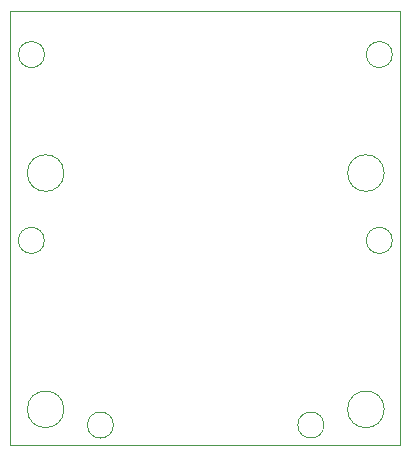
<source format=gbr>
%TF.GenerationSoftware,KiCad,Pcbnew,7.0.6-1.fc38*%
%TF.CreationDate,2023-08-14T17:52:24+02:00*%
%TF.ProjectId,220V_OPTO_SWITCH,32323056-5f4f-4505-944f-5f5357495443,rev?*%
%TF.SameCoordinates,Original*%
%TF.FileFunction,Profile,NP*%
%FSLAX46Y46*%
G04 Gerber Fmt 4.6, Leading zero omitted, Abs format (unit mm)*
G04 Created by KiCad (PCBNEW 7.0.6-1.fc38) date 2023-08-14 17:52:24*
%MOMM*%
%LPD*%
G01*
G04 APERTURE LIST*
%TA.AperFunction,Profile*%
%ADD10C,0.100000*%
%TD*%
G04 APERTURE END LIST*
D10*
X108966000Y-98298000D02*
G75*
G03*
X108966000Y-98298000I-1100000J0D01*
G01*
X91143000Y-98298000D02*
G75*
G03*
X91143000Y-98298000I-1100000J0D01*
G01*
X114765000Y-82669094D02*
G75*
G03*
X114765000Y-82669094I-1100000J0D01*
G01*
X85301000Y-82669094D02*
G75*
G03*
X85301000Y-82669094I-1100000J0D01*
G01*
X85308906Y-66929000D02*
G75*
G03*
X85308906Y-66929000I-1100000J0D01*
G01*
X114765000Y-66929000D02*
G75*
G03*
X114765000Y-66929000I-1100000J0D01*
G01*
X114072000Y-96968000D02*
G75*
G03*
X114072000Y-96968000I-1550000J0D01*
G01*
X114072000Y-76962000D02*
G75*
G03*
X114072000Y-76962000I-1550000J0D01*
G01*
X86954000Y-96968000D02*
G75*
G03*
X86954000Y-96968000I-1550000J0D01*
G01*
X86954000Y-76962000D02*
G75*
G03*
X86954000Y-76962000I-1550000J0D01*
G01*
X82423000Y-63246000D02*
X115443000Y-63246000D01*
X115443000Y-99949000D01*
X82423000Y-99949000D01*
X82423000Y-63246000D01*
M02*

</source>
